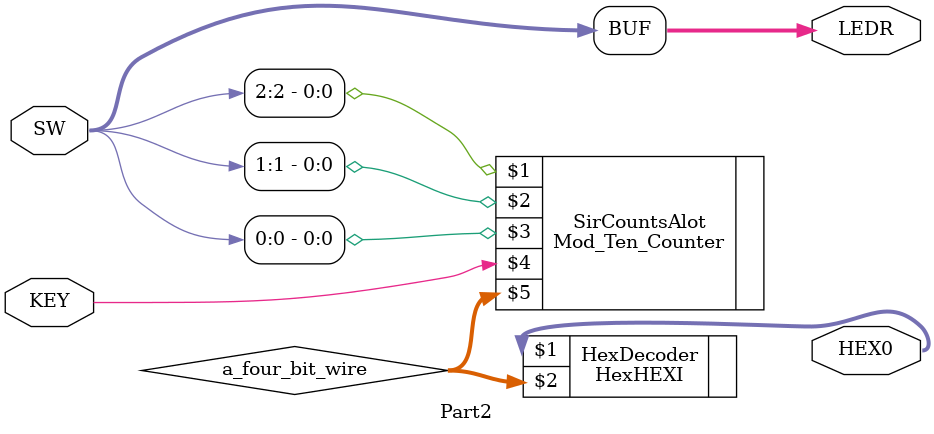
<source format=sv>

module Part2(SW, HEX0, LEDR, KEY);
	
		input [2:0] SW;
		output [2:0] LEDR;
		input [0:0] KEY;
		output [0:6] HEX0;
		
		assign LEDR = SW;
		
		logic [3:0] a_four_bit_wire;

		//module Mod_Ten_Counter(w1, w0, Reset, Clock, z);
		
		Mod_Ten_Counter SirCountsAlot(SW[2], SW[1], SW[0], KEY, a_four_bit_wire);
		
		HexHEXI HexDecoder(HEX0, a_four_bit_wire);
		
endmodule
</source>
